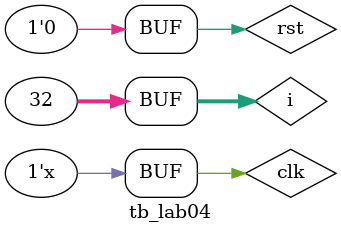
<source format=v>
`timescale 1ns / 1ps

module tb_lab04();

    reg [32-1:0] ain;
    reg [32-1:0] bin;
    reg [32-1:0] cin1;
    reg [32-1:0] cin2;
    reg rst;
    reg clk;
    wire [32-1:0] f_res;
    wire [64-1:0] i_res;
    wire dvalid;
    
    integer i;
    initial begin
        clk <= 0;
        rst <= 0;
        for(i=0; i<32; i=i+1) begin
            ain = $urandom%(2**31);
            bin = $urandom%(2**31);
            cin1 = $urandom%(2**31);
            cin2 = $urandom%(2**31);
            #20;
        end
    end
    
    always #5 clk = ~clk;
    
    floating_point_MAC UUT1(
        .aclk(clk),
        .aresetn(~rst),
        .s_axis_a_tvalid(1'b1),
        .s_axis_b_tvalid(1'b1),
        .s_axis_c_tvalid(1'b1),
        .s_axis_a_tdata(ain),
        .s_axis_b_tdata(bin),
        .s_axis_c_tdata(cin1),
        .m_axis_result_tvalid(dvalid),
        .m_axis_result_tdata(f_res)
    );
    
    int_MAC UUT2(
        .CLK(clk),
        .CE(1'b1),
        .SCLR(rst),
        .A(ain),
        .B(bin),
        .C({cin1, cin2}),
        .SUBTRACT(1'b0),
        .P(i_res)
    );
endmodule

</source>
